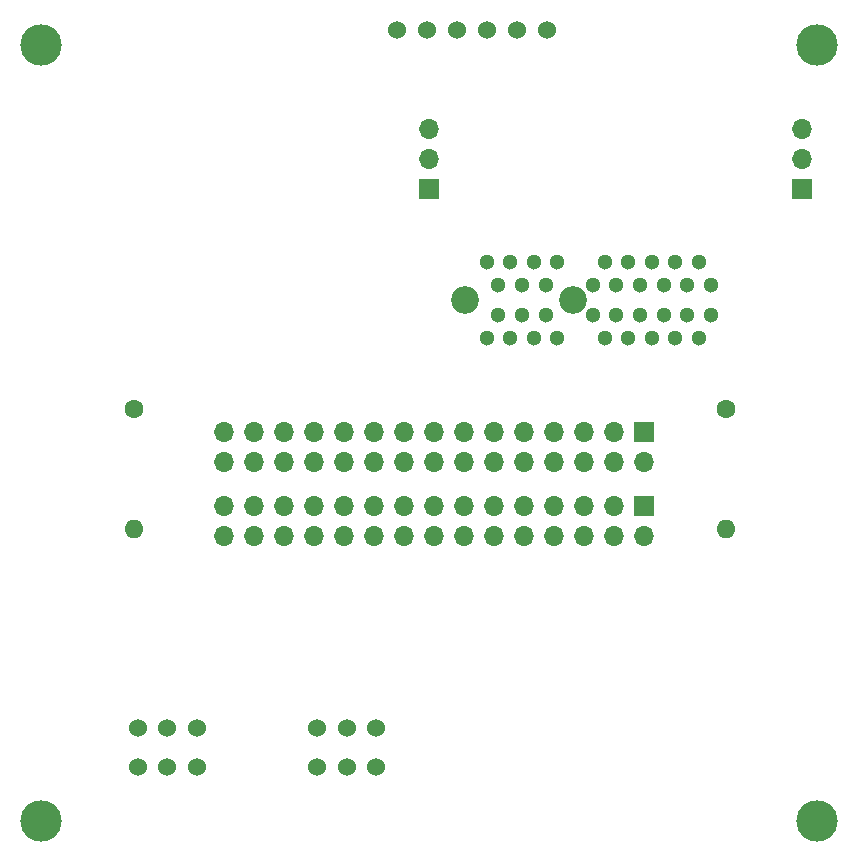
<source format=gbs>
G04 #@! TF.GenerationSoftware,KiCad,Pcbnew,(5.1.9)-1*
G04 #@! TF.CreationDate,2021-08-17T23:34:33-04:00*
G04 #@! TF.ProjectId,swadge-programmer,73776164-6765-42d7-9072-6f6772616d6d,rev?*
G04 #@! TF.SameCoordinates,Original*
G04 #@! TF.FileFunction,Soldermask,Bot*
G04 #@! TF.FilePolarity,Negative*
%FSLAX46Y46*%
G04 Gerber Fmt 4.6, Leading zero omitted, Abs format (unit mm)*
G04 Created by KiCad (PCBNEW (5.1.9)-1) date 2021-08-17 23:34:33*
%MOMM*%
%LPD*%
G01*
G04 APERTURE LIST*
%ADD10O,1.700000X1.700000*%
%ADD11R,1.700000X1.700000*%
%ADD12C,1.300000*%
%ADD13C,2.350000*%
%ADD14C,1.524000*%
%ADD15C,3.510000*%
%ADD16C,1.600000*%
%ADD17O,1.600000X1.600000*%
G04 APERTURE END LIST*
D10*
X176930000Y-61315600D03*
X176930000Y-63855600D03*
D11*
X176930000Y-66395600D03*
D10*
X128000000Y-95750000D03*
X128000000Y-93210000D03*
X130540000Y-95750000D03*
X130540000Y-93210000D03*
X133080000Y-95750000D03*
X133080000Y-93210000D03*
X135620000Y-95750000D03*
X135620000Y-93210000D03*
X138160000Y-95750000D03*
X138160000Y-93210000D03*
X140700000Y-95750000D03*
X140700000Y-93210000D03*
X143240000Y-95750000D03*
X143240000Y-93210000D03*
X145780000Y-95750000D03*
X145780000Y-93210000D03*
X148320000Y-95750000D03*
X148320000Y-93210000D03*
X150860000Y-95750000D03*
X150860000Y-93210000D03*
X153400000Y-95750000D03*
X153400000Y-93210000D03*
X155940000Y-95750000D03*
X155940000Y-93210000D03*
X158480000Y-95750000D03*
X158480000Y-93210000D03*
X161020000Y-95750000D03*
X161020000Y-93210000D03*
X163560000Y-95750000D03*
D11*
X163560000Y-93210000D03*
D10*
X128000000Y-89500000D03*
X128000000Y-86960000D03*
X130540000Y-89500000D03*
X130540000Y-86960000D03*
X133080000Y-89500000D03*
X133080000Y-86960000D03*
X135620000Y-89500000D03*
X135620000Y-86960000D03*
X138160000Y-89500000D03*
X138160000Y-86960000D03*
X140700000Y-89500000D03*
X140700000Y-86960000D03*
X143240000Y-89500000D03*
X143240000Y-86960000D03*
X145780000Y-89500000D03*
X145780000Y-86960000D03*
X148320000Y-89500000D03*
X148320000Y-86960000D03*
X150860000Y-89500000D03*
X150860000Y-86960000D03*
X153400000Y-89500000D03*
X153400000Y-86960000D03*
X155940000Y-89500000D03*
X155940000Y-86960000D03*
X158480000Y-89500000D03*
X158480000Y-86960000D03*
X161020000Y-89500000D03*
X161020000Y-86960000D03*
X163560000Y-89500000D03*
D11*
X163560000Y-86960000D03*
D12*
X159243652Y-77000000D03*
X160243652Y-79000000D03*
X162243652Y-79000000D03*
X161243652Y-77000000D03*
X164243652Y-79000000D03*
X163243652Y-77000000D03*
X165243652Y-77000000D03*
X166243652Y-79000000D03*
X168243652Y-79000000D03*
X167243652Y-77000000D03*
X169243652Y-77000000D03*
X159243652Y-74500000D03*
X160243652Y-72500000D03*
X161243652Y-74500000D03*
X162243652Y-72500000D03*
X166243652Y-72500000D03*
X165243652Y-74500000D03*
X163243652Y-74500000D03*
X164243652Y-72500000D03*
X167243652Y-74500000D03*
X169243652Y-74500000D03*
X168243652Y-72500000D03*
X156243652Y-79000000D03*
X155243652Y-77000000D03*
X154243652Y-79000000D03*
X153243652Y-77000000D03*
X150243652Y-79000000D03*
X152243652Y-79000000D03*
X151243652Y-77000000D03*
X156243652Y-72500000D03*
X155243652Y-74500000D03*
X154243652Y-72500000D03*
X153243652Y-74500000D03*
X152243652Y-72500000D03*
X151243652Y-74500000D03*
X150243652Y-72500000D03*
D13*
X157593652Y-75750000D03*
X148443652Y-75750000D03*
D14*
X125698000Y-115336400D03*
X125698000Y-112036400D03*
X123198000Y-115336400D03*
X123198000Y-112036400D03*
X120698000Y-115336400D03*
X120698000Y-112036400D03*
X135899200Y-112011000D03*
X135899200Y-115311000D03*
X138399200Y-112011000D03*
X138399200Y-115311000D03*
X140899200Y-112011000D03*
X140899200Y-115311000D03*
D15*
X112538000Y-54140700D03*
X112538000Y-119849300D03*
X178246600Y-54140700D03*
X178246600Y-119849300D03*
D16*
X170500000Y-84980000D03*
D17*
X170500000Y-95140000D03*
D16*
X120395000Y-84980000D03*
D17*
X120395000Y-95140000D03*
D14*
X155371800Y-52882800D03*
X152831800Y-52882800D03*
X150291800Y-52882800D03*
X147751800Y-52882800D03*
X145211800Y-52882800D03*
X142671800Y-52882800D03*
D10*
X145415000Y-61315600D03*
X145415000Y-63855600D03*
D11*
X145415000Y-66395600D03*
M02*

</source>
